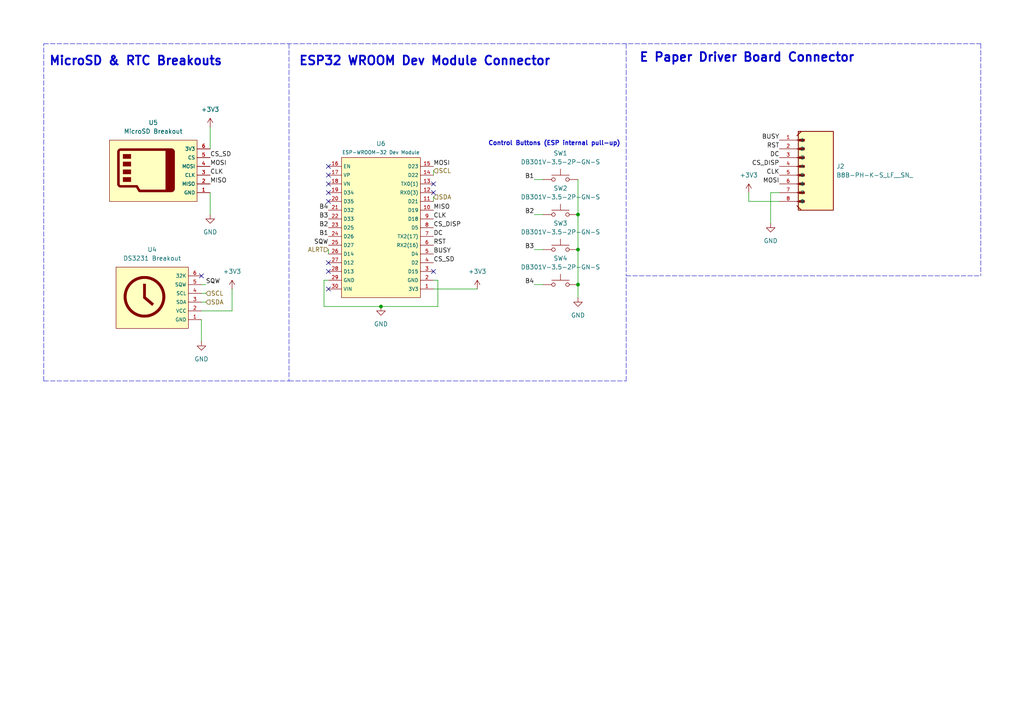
<source format=kicad_sch>
(kicad_sch (version 20231120) (generator "eeschema") (generator_version "8.0")
  (paper "A4")
  (lib_symbols
    (symbol "B8B-PH-K-S_LF__SN_:B8B-PH-K-S_LF__SN_" (pin_names (offset 1.016))
      (property "Reference" "J" (at -5.58 12.7 0))
      (property "Value" "B8B-PH-K-S_LF__SN_" (at -5.08 -12.7 0))
      (symbol "B8B-PH-K-S_LF__SN__0_0"
        (rectangle (start -4.6831 -10.16) (end 5.4769 12.7) (stroke (width 0.254)) (fill (type background)))
        (rectangle (start -4.445 -7.9375) (end -2.8575 -7.3025) (stroke (width 0.1)) (fill (type outline)))
        (rectangle (start -4.445 -5.3975) (end -2.8575 -4.7625) (stroke (width 0.1)) (fill (type outline)))
        (rectangle (start -4.445 -2.8575) (end -2.8575 -2.2225) (stroke (width 0.1)) (fill (type outline)))
        (rectangle (start -4.445 -0.3175) (end -2.8575 0.3175) (stroke (width 0.1)) (fill (type outline)))
        (rectangle (start -4.445 2.2225) (end -2.8575 2.8575) (stroke (width 0.1)) (fill (type outline)))
        (rectangle (start -4.445 4.7625) (end -2.8575 5.3975) (stroke (width 0.1)) (fill (type outline)))
        (rectangle (start -4.445 7.3025) (end -2.8575 7.9375) (stroke (width 0.1)) (fill (type outline)))
        (rectangle (start -4.445 9.8425) (end -2.8575 10.4775) (stroke (width 0.1)) (fill (type outline)))
        (polyline (pts (xy -5.08 -8.89) (xy -3.81 -10.16)) (stroke (width 0.254)))
        (polyline (pts (xy -5.08 -7.62) (xy -3.175 -7.62)) (stroke (width 0.254)))
        (polyline (pts (xy -5.08 -5.08) (xy -3.175 -5.08)) (stroke (width 0.254)))
        (polyline (pts (xy -5.08 -2.54) (xy -3.175 -2.54)) (stroke (width 0.254)))
        (polyline (pts (xy -5.08 0) (xy -3.175 0)) (stroke (width 0.254)))
        (polyline (pts (xy -5.08 2.54) (xy -3.175 2.54)) (stroke (width 0.254)))
        (polyline (pts (xy -5.08 5.08) (xy -3.175 5.08)) (stroke (width 0.254)))
        (polyline (pts (xy -5.08 7.62) (xy -3.175 7.62)) (stroke (width 0.254)))
        (polyline (pts (xy -5.08 10.16) (xy -3.175 10.16)) (stroke (width 0.254)))
        (polyline (pts (xy -5.08 11.43) (xy -3.81 12.7)) (stroke (width 0.254)))
        (pin passive line (at -10.16 10.16 0) (length 5.08) (name "1") (number "1"))
        (pin passive line (at -10.16 7.62 0) (length 5.08) (name "2") (number "2"))
        (pin passive line (at -10.16 5.08 0) (length 5.08) (name "3") (number "3"))
        (pin passive line (at -10.16 2.54 0) (length 5.08) (name "4") (number "4"))
        (pin passive line (at -10.16 0 0) (length 5.08) (name "5") (number "5"))
        (pin passive line (at -10.16 -2.54 0) (length 5.08) (name "6") (number "6"))
        (pin passive line (at -10.16 -5.08 0) (length 5.08) (name "7") (number "7"))
        (pin passive line (at -10.16 -7.62 0) (length 5.08) (name "8") (number "8"))
      )
    )
    (symbol "Custom_Audrey_Project_Clock_Gallery:DS3231_Breakout"
      (property "Reference" "U4" (at -0.3175 3.81 0))
      (property "Value" "DS3231 Breakout" (at -0.3175 1.27 0))
      (symbol "DS3231_Breakout_0_0"
        (polyline (pts (xy -0.2888 -12.4636) (xy -0.2621 -12.4279) (xy -0.2166 -12.365) (xy -0.1583 -12.2834) (xy -0.0932 -12.1918) (xy -0.0276 -12.0987) (xy 0.0326 -12.0128) (xy 0.0813 -11.9426) (xy 0.1122 -11.8967) (xy 0.1518 -11.8363) (xy -1.0086 -10.8648) (xy -2.1691 -9.8933) (xy -2.1697 -8.0229) (xy -2.1702 -6.1525) (xy -2.5493 -6.1525) (xy -2.9284 -6.1525) (xy -2.9129 -7.0848) (xy -2.9119 -7.1456) (xy -2.9085 -7.3896) (xy -2.9055 -7.6661) (xy -2.9028 -7.964) (xy -2.9005 -8.2721) (xy -2.8988 -8.579) (xy -2.8977 -8.8737) (xy -2.8973 -9.1448) (xy -2.8973 -10.2725) (xy -1.603 -11.3791) (xy -1.4123 -11.5418) (xy -1.21 -11.7137) (xy -1.0205 -11.8738) (xy -0.8466 -12.0198) (xy -0.6914 -12.1493) (xy -0.5574 -12.2601) (xy -0.4477 -12.3496) (xy -0.3651 -12.4157) (xy -0.3123 -12.4558) (xy -0.2922 -12.4677) (xy -0.2888 -12.4636)) (stroke (width 0.01)) (fill (type outline)))
        (polyline (pts (xy -2.54 -15.875) (xy -2.3389 -15.8708) (xy -2.1413 -15.8637) (xy -1.9581 -15.854) (xy -1.7999 -15.8419) (xy -1.6777 -15.8277) (xy -1.5079 -15.7996) (xy -0.9946 -15.6836) (xy -0.4944 -15.5239) (xy -0.0104 -15.3221) (xy 0.4542 -15.0797) (xy 0.8961 -14.7986) (xy 1.3121 -14.4801) (xy 1.699 -14.1261) (xy 1.812 -14.0101) (xy 2.157 -13.6121) (xy 2.4649 -13.1868) (xy 2.7344 -12.7367) (xy 2.9641 -12.2642) (xy 3.1529 -11.7719) (xy 3.2995 -11.2622) (xy 3.4025 -10.7377) (xy 3.4066 -10.7099) (xy 3.425 -10.5355) (xy 3.4381 -10.328) (xy 3.4457 -10.0988) (xy 3.4479 -9.8593) (xy 3.4447 -9.6208) (xy 3.4361 -9.3948) (xy 3.422 -9.1926) (xy 3.4025 -9.0256) (xy 3.3757 -8.8635) (xy 3.2591 -8.3432) (xy 3.0995 -7.8386) (xy 2.898 -7.3521) (xy 2.656 -6.8862) (xy 2.3747 -6.4434) (xy 2.0552 -6.0262) (xy 1.699 -5.6371) (xy 1.583 -5.5242) (xy 1.185 -5.1791) (xy 0.7597 -4.8712) (xy 0.3096 -4.6018) (xy -0.1629 -4.372) (xy -0.6552 -4.1832) (xy -1.1649 -4.0367) (xy -1.6894 -3.9336) (xy -1.7172 -3.9296) (xy -1.8916 -3.9111) (xy -2.0991 -3.898) (xy -2.3283 -3.8904) (xy -2.5678 -3.8882) (xy -2.8063 -3.8914) (xy -3.0323 -3.9) (xy -3.2345 -3.9141) (xy -3.4015 -3.9336) (xy -3.8941 -4.0289) (xy -4.4006 -4.1713) (xy -4.8871 -4.354) (xy -5.3517 -4.5752) (xy -5.7926 -4.8331) (xy -6.208 -5.1259) (xy -6.596 -5.4516) (xy -6.9548 -5.8086) (xy -7.2824 -6.1948) (xy -7.5773 -6.6086) (xy -7.8373 -7.048) (xy -8.0608 -7.5113) (xy -8.2459 -7.9965) (xy -8.3908 -8.5019) (xy -8.4935 -9.0256) (xy -8.4975 -9.0533) (xy -8.516 -9.2277) (xy -8.5291 -9.4352) (xy -8.5367 -9.6644) (xy -8.5387 -9.8816) (xy -7.7756 -9.8816) (xy -7.756 -9.4051) (xy -7.6946 -8.9338) (xy -7.5903 -8.477) (xy -7.4421 -8.0306) (xy -7.2491 -7.5902) (xy -7.2413 -7.5744) (xy -6.9976 -7.1329) (xy -6.7204 -6.7242) (xy -6.4099 -6.3485) (xy -6.0662 -6.0059) (xy -5.6893 -5.6965) (xy -5.2795 -5.4205) (xy -4.8369 -5.178) (xy -4.4086 -4.9896) (xy -3.9623 -4.8403) (xy -3.5059 -4.7348) (xy -3.035 -4.6722) (xy -2.5455 -4.6515) (xy -2.069 -4.6711) (xy -1.5977 -4.7325) (xy -1.1409 -4.8368) (xy -0.6944 -4.985) (xy -0.2541 -5.178) (xy -0.2383 -5.1858) (xy 0.2033 -5.4295) (xy 0.6119 -5.7067) (xy 0.9876 -6.0172) (xy 1.3302 -6.3609) (xy 1.6396 -6.7378) (xy 1.9156 -7.1476) (xy 2.1581 -7.5902) (xy 2.3465 -8.0185) (xy 2.4959 -8.4648) (xy 2.6014 -8.9212) (xy 2.664 -9.3921) (xy 2.6846 -9.8816) (xy 2.6651 -10.3581) (xy 2.6036 -10.8294) (xy 2.4993 -11.2862) (xy 2.3511 -11.7327) (xy 2.1581 -12.173) (xy 2.0695 -12.3471) (xy 1.8851 -12.6705) (xy 1.6863 -12.9661) (xy 1.4642 -13.2468) (xy 1.2096 -13.5253) (xy 1.1363 -13.5994) (xy 0.7674 -13.9323) (xy 0.373 -14.2264) (xy -0.0448 -14.4805) (xy -0.4842 -14.6937) (xy -0.943 -14.8651) (xy -1.4194 -14.9935) (xy -1.9114 -15.0781) (xy -2.0017 -15.0877) (xy -2.1912 -15.1001) (xy -2.4044 -15.1068) (xy -2.6274 -15.1077) (xy -2.846 -15.1028) (xy -3.0462 -15.0921) (xy -3.2139 -15.0757) (xy -3.4592 -15.038) (xy -3.9315 -14.9312) (xy -4.3891 -14.7808) (xy -4.8369 -14.5852) (xy -4.8527 -14.5774) (xy -5.2942 -14.3337) (xy -5.7029 -14.0566) (xy -6.0786 -13.7461) (xy -6.4212 -13.4023) (xy -6.7306 -13.0255) (xy -7.0066 -12.6156) (xy -7.2491 -12.173) (xy -7.4375 -11.7447) (xy -7.5868 -11.2984) (xy -7.6923 -10.842) (xy -7.7549 -10.3711) (xy -7.7756 -9.8816) (xy -8.5387 -9.8816) (xy -8.5389 -9.9039) (xy -8.5357 -10.1424) (xy -8.5271 -10.3684) (xy -8.513 -10.5707) (xy -8.4935 -10.7377) (xy -8.4674 -10.8955) (xy -8.3511 -11.4169) (xy -8.1918 -11.9222) (xy -7.9905 -12.409) (xy -7.7486 -12.8751) (xy -7.467 -13.3182) (xy -7.147 -13.7359) (xy -6.7898 -14.1259) (xy -6.4661 -14.4268) (xy -6.0529 -14.7531) (xy -5.6146 -15.0409) (xy -5.1536 -15.289) (xy -4.6724 -15.4964) (xy -4.1734 -15.6617) (xy -3.6591 -15.7839) (xy -3.1318 -15.8619) (xy -3.0566 -15.8678) (xy -2.9097 -15.8738) (xy -2.7339 -15.8761) (xy -2.54 -15.875)) (stroke (width 0.01)) (fill (type outline)))
      )
      (symbol "DS3231_Breakout_1_1"
        (rectangle (start -10.795 -1.27) (end 10.16 -19.05) (fill (type background)))
        (pin power_in line (at 13.97 -16.51 180) (length 3.81) (name "GND") (number "1"))
        (pin power_in line (at 13.97 -13.97 180) (length 3.81) (name "VCC") (number "2"))
        (pin passive line (at 13.97 -11.43 180) (length 3.81) (name "SDA") (number "3"))
        (pin passive line (at 13.97 -8.89 180) (length 3.81) (name "SCL") (number "4"))
        (pin passive line (at 13.97 -6.35 180) (length 3.81) (name "SQW") (number "5"))
        (pin passive line (at 13.97 -3.81 180) (length 3.81) (name "32K") (number "6"))
      )
    )
    (symbol "Custom_Audrey_Project_Clock_Gallery:MicroSD_Breakout"
      (property "Reference" "U5" (at -3.81 3.81 0))
      (property "Value" "MicroSD Breakout" (at -3.81 1.27 0))
      (symbol "MicroSD_Breakout_0_0"
        (polyline (pts (xy -11.43 -12.065) (xy -12.5767 -12.065) (xy -12.5767 -12.705) (xy -12.5767 -13.345) (xy -11.43 -13.345) (xy -10.2834 -13.345) (xy -10.2834 -12.705) (xy -10.2834 -12.065) (xy -11.43 -12.065)) (stroke (width 0.01)) (fill (type outline)))
        (polyline (pts (xy -11.43 -9.825) (xy -12.5767 -9.825) (xy -12.5767 -10.465) (xy -12.5767 -11.105) (xy -11.43 -11.105) (xy -10.2834 -11.105) (xy -10.2834 -10.465) (xy -10.2834 -9.825) (xy -11.43 -9.825)) (stroke (width 0.01)) (fill (type outline)))
        (polyline (pts (xy -11.43 -7.585) (xy -12.5767 -7.585) (xy -12.5767 -8.225) (xy -12.5767 -8.865) (xy -11.43 -8.865) (xy -10.2834 -8.865) (xy -10.2834 -8.225) (xy -10.2834 -7.585) (xy -11.43 -7.585)) (stroke (width 0.01)) (fill (type outline)))
        (polyline (pts (xy -11.43 -5.345) (xy -12.5767 -5.345) (xy -12.5767 -5.985) (xy -12.5767 -6.625) (xy -11.43 -6.625) (xy -10.2834 -6.625) (xy -10.2834 -5.985) (xy -10.2834 -5.345) (xy -11.43 -5.345)) (stroke (width 0.01)) (fill (type outline)))
        (polyline (pts (xy 2.4077 -11.2489) (xy 2.4077 -10.9529) (xy 2.4077 -10.6443) (xy 2.4076 -10.3229) (xy 2.4075 -9.9883) (xy 2.4064 -4.535) (xy 2.3918 -4.4735) (xy 2.3913 -4.4717) (xy 2.3574 -4.3572) (xy 2.3125 -4.2499) (xy 2.2572 -4.1502) (xy 2.192 -4.0587) (xy 2.1174 -3.9759) (xy 2.0339 -3.9023) (xy 1.942 -3.8384) (xy 1.8423 -3.7847) (xy 1.7351 -3.7418) (xy 1.6212 -3.71) (xy 1.5533 -3.695) (xy -5.9 -3.695) (xy -6.0452 -3.695) (xy -6.4199 -3.695) (xy -6.7815 -3.695) (xy -7.1304 -3.695) (xy -7.4667 -3.695) (xy -7.7907 -3.695) (xy -8.1027 -3.695) (xy -8.4027 -3.695) (xy -8.6912 -3.695) (xy -8.9682 -3.6951) (xy -9.2341 -3.6951) (xy -9.4891 -3.6951) (xy -9.7334 -3.6952) (xy -9.9672 -3.6952) (xy -10.1908 -3.6952) (xy -10.4044 -3.6953) (xy -10.6083 -3.6953) (xy -10.8026 -3.6954) (xy -10.9876 -3.6955) (xy -11.1635 -3.6956) (xy -11.3306 -3.6957) (xy -11.4891 -3.6958) (xy -11.6392 -3.6959) (xy -11.7812 -3.696) (xy -11.9153 -3.6961) (xy -12.0417 -3.6962) (xy -12.1607 -3.6964) (xy -12.2724 -3.6965) (xy -12.3772 -3.6967) (xy -12.4752 -3.6969) (xy -12.5667 -3.6971) (xy -12.652 -3.6973) (xy -12.7312 -3.6975) (xy -12.8045 -3.6977) (xy -12.8723 -3.698) (xy -12.9347 -3.6982) (xy -12.992 -3.6985) (xy -13.0444 -3.6988) (xy -13.0922 -3.6991) (xy -13.1355 -3.6994) (xy -13.1747 -3.6997) (xy -13.2099 -3.7001) (xy -13.2413 -3.7004) (xy -13.2693 -3.7008) (xy -13.2939 -3.7012) (xy -13.3156 -3.7016) (xy -13.3345 -3.7021) (xy -13.3507 -3.7025) (xy -13.3647 -3.703) (xy -13.3765 -3.7035) (xy -13.3865 -3.704) (xy -13.3948 -3.7045) (xy -13.4018 -3.7051) (xy -13.4075 -3.7056) (xy -13.4123 -3.7062) (xy -13.4164 -3.7068) (xy -13.42 -3.7075) (xy -13.5004 -3.7259) (xy -13.6074 -3.7618) (xy -13.7084 -3.8089) (xy -13.8025 -3.8665) (xy -13.8893 -3.9339) (xy -13.9679 -4.0105) (xy -14.0377 -4.0956) (xy -14.098 -4.1885) (xy -14.1481 -4.2884) (xy -14.1874 -4.3948) (xy -14.2151 -4.5068) (xy -14.2156 -4.5101) (xy -14.2164 -4.5151) (xy -14.217 -4.5213) (xy -14.2177 -4.529) (xy -14.2183 -4.5383) (xy -14.2189 -4.5497) (xy -14.2195 -4.5635) (xy -14.22 -4.5798) (xy -14.2205 -4.599) (xy -14.221 -4.6214) (xy -14.2215 -4.6473) (xy -14.2219 -4.6769) (xy -14.2223 -4.7106) (xy -14.2227 -4.7486) (xy -14.223 -4.7913) (xy -14.2234 -4.8389) (xy -14.2237 -4.8917) (xy -14.224 -4.9501) (xy -14.2243 -5.0142) (xy -14.2245 -5.0844) (xy -14.2248 -5.1609) (xy -14.225 -5.2442) (xy -14.2252 -5.3344) (xy -14.2254 -5.4318) (xy -14.2256 -5.5368) (xy -14.2257 -5.6496) (xy -14.2259 -5.7705) (xy -14.226 -5.8998) (xy -14.2261 -6.0378) (xy -14.2262 -6.1848) (xy -14.2263 -6.341) (xy -14.2264 -6.5069) (xy -14.2264 -6.6825) (xy -14.2265 -6.8684) (xy -14.2266 -7.0646) (xy -14.2266 -7.2716) (xy -14.2266 -7.4896) (xy -14.2267 -7.7189) (xy -14.2267 -7.9598) (xy -14.2267 -8.2126) (xy -14.2267 -8.4775) (xy -14.2267 -8.7549) (xy -14.2267 -9.0451) (xy -14.2267 -9.3483) (xy -14.2267 -9.5225) (xy -14.2267 -9.8179) (xy -14.2267 -10.1005) (xy -14.2267 -10.3704) (xy -14.2267 -10.6281) (xy -14.2267 -10.8738) (xy -14.2267 -11.1077) (xy -14.2266 -11.3302) (xy -14.2266 -11.5416) (xy -14.2265 -11.7422) (xy -14.2265 -11.9322) (xy -14.2264 -12.1119) (xy -14.2264 -12.2817) (xy -14.2263 -12.4418) (xy -14.2262 -12.5925) (xy -14.2261 -12.734) (xy -14.226 -12.8668) (xy -14.2258 -12.9911) (xy -14.2257 -13.1071) (xy -14.2255 -13.2152) (xy -14.2254 -13.3157) (xy -14.2252 -13.4088) (xy -14.225 -13.4948) (xy -14.2247 -13.5741) (xy -14.2245 -13.6468) (xy -14.2242 -13.7134) (xy -14.2239 -13.7741) (xy -14.2236 -13.8292) (xy -14.2233 -13.8789) (xy -14.223 -13.9236) (xy -14.2226 -13.9636) (xy -14.2222 -13.9991) (xy -14.2218 -14.0304) (xy -14.2213 -14.0579) (xy -14.2209 -14.0818) (xy -14.2204 -14.1025) (xy -14.2198 -14.1201) (xy -14.2193 -14.135) (xy -14.2187 -14.1475) (xy -14.2181 -14.1579) (xy -14.2175 -14.1664) (xy -14.2168 -14.1734) (xy -14.2161 -14.1792) (xy -14.2153 -14.184) (xy -14.2146 -14.1881) (xy -14.2119 -14.2006) (xy -14.181 -14.3149) (xy -14.1388 -14.4225) (xy -14.0858 -14.523) (xy -14.0225 -14.6156) (xy -13.9492 -14.7001) (xy -13.8663 -14.7757) (xy -13.7742 -14.842) (xy -13.6734 -14.8985) (xy -13.5997 -14.9312) (xy -13.5217 -14.9584) (xy -13.437 -14.9804) (xy -13.3734 -14.9945) (xy -11.0667 -14.9966) (xy -8.76 -14.9986) (xy -8.7425 -15.0301) (xy -8.7378 -15.0384) (xy -8.7258 -15.0595) (xy -8.7091 -15.0887) (xy -8.6888 -15.124) (xy -8.6661 -15.1635) (xy -8.6421 -15.205) (xy -8.6322 -15.222) (xy -8.6112 -15.2585) (xy -8.5846 -15.3044) (xy -8.5535 -15.3584) (xy -8.5185 -15.419) (xy -8.4805 -15.4849) (xy -8.4401 -15.5548) (xy -8.3983 -15.6274) (xy -8.3557 -15.7012) (xy -8.3131 -15.775) (xy -8.2947 -15.8068) (xy -8.2475 -15.8886) (xy -8.2062 -15.9598) (xy -8.1702 -16.0214) (xy -8.1389 -16.0741) (xy -8.1119 -16.1187) (xy -8.0885 -16.1561) (xy -8.0683 -16.1869) (xy -8.0506 -16.2121) (xy -8.0349 -16.2324) (xy -8.0206 -16.2486) (xy -8.0072 -16.2616) (xy -7.9942 -16.2721) (xy -7.9809 -16.2809) (xy -7.9669 -16.2888) (xy -7.9515 -16.2966) (xy -7.9292 -16.3066) (xy -7.8998 -16.3176) (xy -7.8748 -16.3246) (xy -7.8704 -16.325) (xy -7.8564 -16.3255) (xy -7.833 -16.326) (xy -7.8001 -16.3264) (xy -7.7575 -16.3268) (xy -7.7052 -16.3272) (xy -7.6429 -16.3276) (xy -7.6205 -16.3277) (xy -7.6205 -15.6917) (xy -7.6712 -15.6033) (xy -7.6713 -15.6033) (xy -7.691 -15.5689) (xy -7.7153 -15.5267) (xy -7.7421 -15.4801) (xy -7.7693 -15.4327) (xy -7.7949 -15.3883) (xy -7.809 -15.3639) (xy -7.8783 -15.2436) (xy -7.9414 -15.1343) (xy -7.9984 -15.0355) (xy -8.0497 -14.9467) (xy -8.0955 -14.8674) (xy -8.1362 -14.7971) (xy -8.172 -14.7354) (xy -8.2033 -14.6817) (xy -8.2302 -14.6355) (xy -8.2531 -14.5964) (xy -8.2723 -14.5638) (xy -8.288 -14.5373) (xy -8.3006 -14.5164) (xy -8.3103 -14.5006) (xy -8.3175 -14.4895) (xy -8.3223 -14.4824) (xy -8.3427 -14.4584) (xy -8.3785 -14.4265) (xy -8.4197 -14.3983) (xy -8.4619 -14.3771) (xy -8.5 -14.3616) (xy -10.9067 -14.3583) (xy -13.3134 -14.355) (xy -13.3534 -14.3398) (xy -13.3933 -14.3221) (xy -13.4518 -14.2848) (xy -13.5015 -14.2379) (xy -13.5415 -14.1821) (xy -13.5712 -14.1183) (xy -13.5867 -14.075) (xy -13.5867 -9.345) (xy -13.5867 -4.615) (xy -13.5713 -4.5716) (xy -13.5541 -4.5309) (xy -13.5179 -4.4724) (xy -13.4718 -4.4221) (xy -13.4165 -4.381) (xy -13.3528 -4.35) (xy -13.3134 -4.335) (xy -6.7717 -4.3333) (xy -0.23 -4.3316) (xy -0.23 -10.0116) (xy -0.23 -15.6916) (xy -3.9253 -15.6916) (xy -7.6205 -15.6917) (xy -7.6205 -16.3277) (xy -7.5704 -16.3279) (xy -7.4878 -16.3282) (xy -7.3948 -16.3285) (xy -7.2913 -16.3288) (xy -7.1771 -16.3291) (xy -7.0522 -16.3293) (xy -6.9163 -16.3295) (xy -6.7694 -16.3297) (xy -6.6112 -16.3298) (xy -6.4416 -16.33) (xy -6.2606 -16.3301) (xy -6.068 -16.3302) (xy -5.8635 -16.3303) (xy -5.6471 -16.3304) (xy -5.4187 -16.3304) (xy -5.1781 -16.3304) (xy -4.9251 -16.3304) (xy -4.6596 -16.3304) (xy -4.3815 -16.3303) (xy -4.0907 -16.3303) (xy -3.7869 -16.3302) (xy -3.4701 -16.3301) (xy -3.14 -16.33) (xy 1.56 -16.3281) (xy 1.6246 -16.3131) (xy 1.7186 -16.2871) (xy 1.8274 -16.2451) (xy 1.9289 -16.1923) (xy 2.0227 -16.1292) (xy 2.1081 -16.0562) (xy 2.1846 -15.9737) (xy 2.2518 -15.882) (xy 2.309 -15.7816) (xy 2.3269 -15.7443) (xy 2.3588 -15.6647) (xy 2.3827 -15.5834) (xy 2.4002 -15.495) (xy 2.4005 -15.4927) (xy 2.401 -15.485) (xy 2.4015 -15.4727) (xy 2.4019 -15.4556) (xy 2.4024 -15.4334) (xy 2.4028 -15.406) (xy 2.4032 -15.373) (xy 2.4036 -15.3343) (xy 2.404 -15.2896) (xy 2.4043 -15.2387) (xy 2.4046 -15.1813) (xy 2.4049 -15.1173) (xy 2.4052 -15.0462) (xy 2.4055 -14.968) (xy 2.4058 -14.8824) (xy 2.406 -14.7892) (xy 2.4062 -14.688) (xy 2.4064 -14.5787) (xy 2.4066 -14.4611) (xy 2.4068 -14.3349) (xy 2.407 -14.1998) (xy 2.4071 -14.0557) (xy 2.4072 -13.9023) (xy 2.4073 -13.7393) (xy 2.4074 -13.5665) (xy 2.4075 -13.3838) (xy 2.4076 -13.1907) (xy 2.4077 -12.9872) (xy 2.4077 -12.773) (xy 2.4077 -12.5477) (xy 2.4078 -12.3113) (xy 2.4078 -12.0635) (xy 2.4078 -11.8039) (xy 2.4078 -11.5325) (xy 2.4077 -11.2489)) (stroke (width 0.01)) (fill (type outline)))
      )
      (symbol "MicroSD_Breakout_1_1"
        (rectangle (start -16.51 -1.27) (end 8.89 -19.05) (fill (type background)))
        (pin power_in line (at 12.7 -16.51 180) (length 3.81) (name "GND") (number "1"))
        (pin passive line (at 12.7 -13.97 180) (length 3.81) (name "MISO") (number "2"))
        (pin passive line (at 12.7 -11.43 180) (length 3.81) (name "CLK") (number "3"))
        (pin passive line (at 12.7 -8.89 180) (length 3.81) (name "MOSI") (number "4"))
        (pin passive line (at 12.7 -6.35 180) (length 3.81) (name "CS") (number "5"))
        (pin power_in line (at 12.7 -3.81 180) (length 3.81) (name "3V3") (number "6"))
      )
    )
    (symbol "ESP32_WROOM_DEV_MODULE:esp32_wroom_dev_module"
      (property "Reference" "U6" (at 0 6.604 0))
      (property "Value" "ESP-WROOM-32 Dev Module" (at 0 4.064 0))
      (symbol "esp32_wroom_dev_module_1_1"
        (rectangle (start -11.43 2.54) (end 11.43 -38.1) (fill (type background)))
        (pin power_in line (at 15.24 -35.56 180) (length 3.81) (name "3V3") (number "1"))
        (pin bidirectional line (at 15.24 -12.7 180) (length 3.81) (name "D19") (number "10"))
        (pin bidirectional line (at 15.24 -10.16 180) (length 3.81) (name "D21") (number "11"))
        (pin bidirectional line (at 15.24 -7.62 180) (length 3.81) (name "RX0(3)") (number "12"))
        (pin bidirectional line (at 15.24 -5.08 180) (length 3.81) (name "TX0(1)") (number "13"))
        (pin bidirectional line (at 15.24 -2.54 180) (length 3.81) (name "D22") (number "14"))
        (pin bidirectional line (at 15.24 0 180) (length 3.81) (name "D23") (number "15"))
        (pin bidirectional line (at -15.24 0 0) (length 3.81) (name "EN") (number "16"))
        (pin bidirectional line (at -15.24 -2.54 0) (length 3.81) (name "VP") (number "17"))
        (pin bidirectional line (at -15.24 -5.08 0) (length 3.81) (name "VN") (number "18"))
        (pin bidirectional line (at -15.24 -7.62 0) (length 3.81) (name "D34") (number "19"))
        (pin power_in line (at 15.24 -33.02 180) (length 3.81) (name "GND") (number "2"))
        (pin bidirectional line (at -15.24 -10.16 0) (length 3.81) (name "D35") (number "20"))
        (pin bidirectional line (at -15.24 -12.7 0) (length 3.81) (name "D32") (number "21"))
        (pin bidirectional line (at -15.24 -15.24 0) (length 3.81) (name "D33") (number "22"))
        (pin bidirectional line (at -15.24 -17.78 0) (length 3.81) (name "D25") (number "23"))
        (pin bidirectional line (at -15.24 -20.32 0) (length 3.81) (name "D26") (number "24"))
        (pin bidirectional line (at -15.24 -22.86 0) (length 3.81) (name "D27") (number "25"))
        (pin bidirectional line (at -15.24 -25.4 0) (length 3.81) (name "D14") (number "26"))
        (pin bidirectional line (at -15.24 -27.94 0) (length 3.81) (name "D12") (number "27"))
        (pin bidirectional line (at -15.24 -30.48 0) (length 3.81) (name "D13") (number "28"))
        (pin power_in line (at -15.24 -33.02 0) (length 3.81) (name "GND") (number "29"))
        (pin bidirectional line (at 15.24 -30.48 180) (length 3.81) (name "D15") (number "3"))
        (pin power_in line (at -15.24 -35.56 0) (length 3.81) (name "VIN") (number "30"))
        (pin bidirectional line (at 15.24 -27.94 180) (length 3.81) (name "D2") (number "4"))
        (pin bidirectional line (at 15.24 -25.4 180) (length 3.81) (name "D4") (number "5"))
        (pin bidirectional line (at 15.24 -22.86 180) (length 3.81) (name "RX2(16)") (number "6"))
        (pin bidirectional line (at 15.24 -20.32 180) (length 3.81) (name "TX2(17)") (number "7"))
        (pin bidirectional line (at 15.24 -17.78 180) (length 3.81) (name "D5") (number "8"))
        (pin bidirectional line (at 15.24 -15.24 180) (length 3.81) (name "D18") (number "9"))
      )
    )
    (symbol "Switch:SW_Push" (pin_numbers hide) (pin_names (offset 1.016) hide)
      (property "Reference" "SW" (at 1.27 2.54 0))
      (property "Value" "SW_Push" (at 0 -1.524 0))
      (symbol "SW_Push_0_1"
        (circle (center -2.032 0) (radius 0.508))
        (polyline (pts (xy 0 1.27) (xy 0 3.048)))
        (polyline (pts (xy 2.54 1.27) (xy -2.54 1.27)))
        (circle (center 2.032 0) (radius 0.508))
        (pin passive line (at -5.08 0 0) (length 2.54) (name "1") (number "1"))
        (pin passive line (at 5.08 0 180) (length 2.54) (name "2") (number "2"))
      )
    )
    (symbol "power:+3V3" (power) (pin_numbers hide) (pin_names (offset 0) hide)
      (property "Value" "+3V3" (at 0 3.556 0))
      (symbol "+3V3_0_1"
        (polyline (pts (xy -0.762 1.27) (xy 0 2.54)))
        (polyline (pts (xy 0 0) (xy 0 2.54)))
        (polyline (pts (xy 0 2.54) (xy 0.762 1.27)))
      )
      (symbol "+3V3_1_1"
        (pin power_in line (at 0 0 90) (length 0) (name "~") (number "1"))
      )
    )
    (symbol "power:GND" (power) (pin_numbers hide) (pin_names (offset 0) hide)
      (property "Value" "GND" (at 0 -3.81 0))
      (symbol "GND_0_1"
        (polyline (pts (xy 0 0) (xy 0 -1.27) (xy 1.27 -1.27) (xy 0 -2.54) (xy -1.27 -1.27) (xy 0 -1.27)))
      )
      (symbol "GND_1_1"
        (pin power_in line (at 0 0 270) (length 0) (name "~") (number "1"))
      )
    )
  )
  (junction (at 167.64 72.39))
  (junction (at 167.64 82.55))
  (junction (at 110.49 88.9))
  (junction (at 167.64 62.23))
  (no_connect (at 125.73 78.74))
  (no_connect (at 95.25 78.74))
  (no_connect (at 125.73 53.34))
  (no_connect (at 58.42 80.01))
  (no_connect (at 95.25 76.2))
  (no_connect (at 95.25 48.26))
  (no_connect (at 95.25 50.8))
  (no_connect (at 125.73 55.88))
  (no_connect (at 95.25 55.88))
  (no_connect (at 95.25 53.34))
  (no_connect (at 95.25 58.42))
  (no_connect (at 95.25 83.82))
  (wire (pts (xy 167.64 52.07) (xy 167.64 62.23)))
  (wire (pts (xy 59.69 82.55) (xy 58.42 82.55)))
  (wire (pts (xy 154.94 62.23) (xy 157.48 62.23)))
  (wire (pts (xy 59.69 85.09) (xy 58.42 85.09)))
  (wire (pts (xy 60.96 55.88) (xy 60.96 62.23)))
  (wire (pts (xy 154.94 82.55) (xy 157.48 82.55)))
  (wire (pts (xy 226.06 55.88) (xy 223.52 55.88)))
  (wire (pts (xy 93.98 81.28) (xy 93.98 88.9)))
  (polyline (pts (xy 83.82 12.7) (xy 83.82 110.49)) (stroke (width 0.127) (type dash)))
  (polyline (pts (xy 12.7 110.49) (xy 12.7 12.7)) (stroke (width 0.127) (type dash)))
  (polyline (pts (xy 83.82 110.49) (xy 181.61 110.49)) (stroke (width 0.127) (type dash)))
  (wire (pts (xy 167.64 72.39) (xy 167.64 82.55)))
  (wire (pts (xy 67.31 83.82) (xy 67.31 90.17)))
  (wire (pts (xy 110.49 88.9) (xy 127 88.9)))
  (wire (pts (xy 154.94 52.07) (xy 157.48 52.07)))
  (wire (pts (xy 58.42 92.71) (xy 58.42 99.06)))
  (wire (pts (xy 125.73 49.53) (xy 125.73 50.8)))
  (wire (pts (xy 127 81.28) (xy 127 88.9)))
  (wire (pts (xy 60.96 36.83) (xy 60.96 43.18)))
  (wire (pts (xy 125.73 57.15) (xy 125.73 58.42)))
  (wire (pts (xy 127 81.28) (xy 125.73 81.28)))
  (wire (pts (xy 58.42 90.17) (xy 67.31 90.17)))
  (wire (pts (xy 223.52 55.88) (xy 223.52 64.77)))
  (wire (pts (xy 167.64 82.55) (xy 167.64 86.36)))
  (wire (pts (xy 95.25 72.39) (xy 95.25 73.66)))
  (polyline (pts (xy 284.48 12.7) (xy 284.48 80.01)) (stroke (width 0.127) (type dash)))
  (wire (pts (xy 217.17 55.88) (xy 217.17 58.42)))
  (polyline (pts (xy 181.61 12.7) (xy 181.61 80.01)) (stroke (width 0.127) (type dash)))
  (wire (pts (xy 154.94 72.39) (xy 157.48 72.39)))
  (polyline (pts (xy 12.7 12.7) (xy 284.48 12.7)) (stroke (width 0.127) (type dash)))
  (wire (pts (xy 93.98 88.9) (xy 110.49 88.9)))
  (wire (pts (xy 217.17 58.42) (xy 226.06 58.42)))
  (polyline (pts (xy 181.61 80.01) (xy 284.48 80.01)) (stroke (width 0.127) (type dash)))
  (wire (pts (xy 125.73 83.82) (xy 138.43 83.82)))
  (wire (pts (xy 167.64 62.23) (xy 167.64 72.39)))
  (wire (pts (xy 95.25 81.28) (xy 93.98 81.28)))
  (wire (pts (xy 59.69 87.63) (xy 58.42 87.63)))
  (polyline (pts (xy 181.61 110.49) (xy 181.61 80.01)) (stroke (width 0.127) (type dash)))
  (polyline (pts (xy 12.7 110.49) (xy 83.82 110.49)) (stroke (width 0.127) (type dash)))
  (text "MicroSD & RTC Breakouts" (at 39.37 17.78 0) (effects (font (size 2.54 2.54) (thickness 0.508) (bold yes))))
  (text "E Paper Driver Board Connector" (at 216.662 16.764 0) (effects (font (size 2.54 2.54) (thickness 0.508) (bold yes))))
  (text "ESP32 WROOM Dev Module Connector\n" (at 123.19 17.78 0) (effects (font (size 2.54 2.54) (thickness 0.508) (bold yes))))
  (text "Control Buttons (ESP internal pull-up)" (at 160.782 41.656 0) (effects (font (size 1.27 1.27) (thickness 0.254) (bold yes))))
  (label "CS_DISP" (at 226.06 48.26 180))
  (label "B1" (at 95.25 68.58 180))
  (label "B3" (at 95.25 63.5 180))
  (label "CS_SD" (at 60.96 45.72 0))
  (label "MISO" (at 125.73 60.96 0))
  (label "BUSY" (at 125.73 73.66 0))
  (label "B4" (at 154.94 82.55 180))
  (label "BUSY" (at 226.06 40.64 180))
  (label "SQW" (at 95.25 71.12 180))
  (label "B2" (at 95.25 66.04 180))
  (label "CS_SD" (at 125.73 76.2 0))
  (label "CLK" (at 125.73 63.5 0))
  (label "CLK" (at 226.06 50.8 180))
  (label "MOSI" (at 226.06 53.34 180))
  (label "B4" (at 95.25 60.96 180))
  (label "MISO" (at 60.96 53.34 0))
  (label "MOSI" (at 60.96 48.26 0))
  (label "DC" (at 125.73 68.58 0))
  (label "DC" (at 226.06 45.72 180))
  (label "MOSI" (at 125.73 48.26 0))
  (label "CS_DISP" (at 125.73 66.04 0))
  (label "B3" (at 154.94 72.39 180))
  (label "RST" (at 125.73 71.12 0))
  (label "B1" (at 154.94 52.07 180))
  (label "RST" (at 226.06 43.18 180))
  (label "SQW" (at 59.69 82.55 0))
  (label "B2" (at 154.94 62.23 180))
  (label "CLK" (at 60.96 50.8 0))
  (hierarchical_label "SCL" (shape input) (at 59.69 85.09 0))
  (hierarchical_label "SCL" (shape input) (at 125.73 49.53 0))
  (hierarchical_label "SDA" (shape input) (at 59.69 87.63 0))
  (hierarchical_label "SDA" (shape input) (at 125.73 57.15 0))
  (hierarchical_label "ALRT" (shape input) (at 95.25 72.39 180))
  (symbol (lib_id "ESP32_WROOM_DEV_MODULE:esp32_wroom_dev_module") (at 110.49 48.26 0) (unit 1)
    (property "Reference" "U6" (at 110.49 41.656 0))
    (property "Value" "ESP-WROOM-32 Dev Module" (at 110.49 44.196 0) (effects (font (size 1.016 1.016))))
    (property "Footprint" "ESP32-DEVKIT-V1:MODULE_ESP32_DEVKIT_V1" (effects (hide yes)))
  )
  (symbol (lib_id "power:GND") (at 223.52 64.77 0) (mirror y) (unit 1)
    (property "Reference" "#PWR023" (effects (hide yes)))
    (property "Value" "GND" (at 223.52 69.85 0))
    (property "Description" "Power symbol creates a global label with name \"GND\" , ground" (effects (hide yes)))
  )
  (symbol (lib_id "power:+3V3") (at 60.96 36.83 0) (unit 1)
    (property "Reference" "#PWR016" (effects (hide yes)))
    (property "Value" "+3V3" (at 60.96 31.75 0))
    (property "Description" "Power symbol creates a global label with name \"+3V3\"" (effects (hide yes)))
  )
  (symbol (lib_id "Switch:SW_Push") (at 162.56 52.07 0) (unit 1)
    (property "Reference" "SW1" (at 162.56 44.45 0))
    (property "Value" "DB301V-3.5-2P-GN-S" (at 162.56 46.99 0))
    (property "Footprint" "1984617:PHOENIX_1984617" (effects (hide yes)))
    (property "Description" "Push button switch, generic, two pins" (effects (hide yes)))
  )
  (symbol (lib_id "power:+3V3") (at 67.31 83.82 0) (unit 1)
    (property "Reference" "#PWR018" (effects (hide yes)))
    (property "Value" "+3V3" (at 67.31 78.74 0))
    (property "Description" "Power symbol creates a global label with name \"+3V3\"" (effects (hide yes)))
  )
  (symbol (lib_id "power:+3V3") (at 138.43 83.82 0) (unit 1)
    (property "Reference" "#PWR020" (effects (hide yes)))
    (property "Value" "+3V3" (at 138.43 78.74 0))
    (property "Description" "Power symbol creates a global label with name \"+3V3\"" (effects (hide yes)))
  )
  (symbol (lib_id "Switch:SW_Push") (at 162.56 72.39 0) (unit 1)
    (property "Reference" "SW3" (at 162.56 64.77 0))
    (property "Value" "DB301V-3.5-2P-GN-S" (at 162.56 67.31 0))
    (property "Footprint" "1984617:PHOENIX_1984617" (effects (hide yes)))
    (property "Description" "Push button switch, generic, two pins" (effects (hide yes)))
  )
  (symbol (lib_id "Custom_Audrey_Project_Clock_Gallery:MicroSD_Breakout") (at 48.26 39.37 0) (unit 1)
    (property "Reference" "U5" (at 44.45 35.56 0))
    (property "Value" "MicroSD Breakout" (at 44.45 38.1 0))
    (property "Footprint" "Connector_PinSocket_2.54mm:PinSocket_1x06_P2.54mm_Vertical" (effects (hide yes)))
  )
  (symbol (lib_id "power:GND") (at 167.64 86.36 0) (unit 1)
    (property "Reference" "#PWR021" (effects (hide yes)))
    (property "Value" "GND" (at 167.64 91.44 0))
    (property "Description" "Power symbol creates a global label with name \"GND\" , ground" (effects (hide yes)))
  )
  (symbol (lib_id "Switch:SW_Push") (at 162.56 82.55 0) (unit 1)
    (property "Reference" "SW4" (at 162.56 74.93 0))
    (property "Value" "DB301V-3.5-2P-GN-S" (at 162.56 77.47 0))
    (property "Footprint" "1984617:PHOENIX_1984617" (effects (hide yes)))
    (property "Description" "Push button switch, generic, two pins" (effects (hide yes)))
  )
  (symbol (lib_id "power:GND") (at 60.96 62.23 0) (unit 1)
    (property "Reference" "#PWR017" (effects (hide yes)))
    (property "Value" "GND" (at 60.96 67.31 0))
    (property "Description" "Power symbol creates a global label with name \"GND\" , ground" (effects (hide yes)))
  )
  (symbol (lib_id "Custom_Audrey_Project_Clock_Gallery:DS3231_Breakout") (at 44.45 76.2 0) (unit 1)
    (property "Reference" "U4" (at 44.1325 72.39 0))
    (property "Value" "DS3231 Breakout" (at 44.1325 74.93 0))
    (property "Footprint" "Connector_PinSocket_2.54mm:PinSocket_1x06_P2.54mm_Vertical" (effects (hide yes)))
  )
  (symbol (lib_id "B8B-PH-K-S_LF__SN_:B8B-PH-K-S_LF__SN_") (at 236.22 50.8 0) (unit 1)
    (property "Reference" "J2" (at 242.57 48.2599 0) (effects (justify left)))
    (property "Value" "B8B-PH-K-S_LF__SN_" (at 242.57 50.7999 0) (effects (justify left)))
    (property "Footprint" "B8B-PH-K-S_LF__SN_:JST_B8B-PH-K-S_LF__SN_" (effects (hide yes)))
    (property "MF" "JST Sales" (effects (hide yes)))
    (property "Description_1" "\n                        \n                            Connector Header Through Hole 8 position 0.079 (2.00mm)\n                        \n" (effects (hide yes)))
    (property "Package" "None" (effects (hide yes)))
    (property "Price" "None" (effects (hide yes)))
    (property "Check_prices" "https://www.snapeda.com/parts/B8B-PH-K-S(LF)(SN)/JST/view-part/?ref=eda" (effects (hide yes)))
    (property "SnapEDA_Link" "https://www.snapeda.com/parts/B8B-PH-K-S(LF)(SN)/JST/view-part/?ref=snap" (effects (hide yes)))
    (property "MP" "B8B-PH-K-S(LF)(SN)" (effects (hide yes)))
    (property "Availability" "In Stock" (effects (hide yes)))
    (property "MANUFACTURER" "JST" (effects (hide yes)))
  )
  (symbol (lib_id "power:GND") (at 58.42 99.06 0) (unit 1)
    (property "Reference" "#PWR015" (effects (hide yes)))
    (property "Value" "GND" (at 58.42 104.14 0))
    (property "Description" "Power symbol creates a global label with name \"GND\" , ground" (effects (hide yes)))
  )
  (symbol (lib_id "Switch:SW_Push") (at 162.56 62.23 0) (unit 1)
    (property "Reference" "SW2" (at 162.56 54.61 0))
    (property "Value" "DB301V-3.5-2P-GN-S" (at 162.56 57.15 0))
    (property "Footprint" "1984617:PHOENIX_1984617" (effects (hide yes)))
    (property "Description" "Push button switch, generic, two pins" (effects (hide yes)))
  )
  (symbol (lib_id "power:GND") (at 110.49 88.9 0) (unit 1)
    (property "Reference" "#PWR019" (effects (hide yes)))
    (property "Value" "GND" (at 110.49 93.98 0))
    (property "Description" "Power symbol creates a global label with name \"GND\" , ground" (effects (hide yes)))
  )
  (symbol (lib_id "power:+3V3") (at 217.17 55.88 0) (mirror y) (unit 1)
    (property "Reference" "#PWR022" (effects (hide yes)))
    (property "Value" "+3V3" (at 217.17 50.8 0))
    (property "Description" "Power symbol creates a global label with name \"+3V3\"" (effects (hide yes)))
  )
)
</source>
